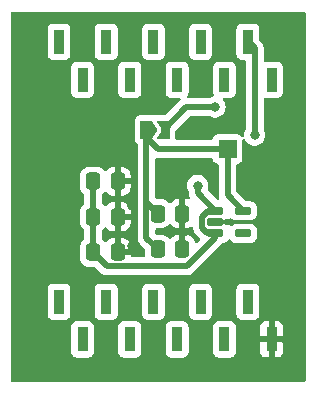
<source format=gtl>
%TF.GenerationSoftware,KiCad,Pcbnew,8.0.1*%
%TF.CreationDate,2024-04-01T15:48:32-05:00*%
%TF.ProjectId,adapter_board,61646170-7465-4725-9f62-6f6172642e6b,rev?*%
%TF.SameCoordinates,Original*%
%TF.FileFunction,Copper,L1,Top*%
%TF.FilePolarity,Positive*%
%FSLAX46Y46*%
G04 Gerber Fmt 4.6, Leading zero omitted, Abs format (unit mm)*
G04 Created by KiCad (PCBNEW 8.0.1) date 2024-04-01 15:48:32*
%MOMM*%
%LPD*%
G01*
G04 APERTURE LIST*
G04 Aperture macros list*
%AMRoundRect*
0 Rectangle with rounded corners*
0 $1 Rounding radius*
0 $2 $3 $4 $5 $6 $7 $8 $9 X,Y pos of 4 corners*
0 Add a 4 corners polygon primitive as box body*
4,1,4,$2,$3,$4,$5,$6,$7,$8,$9,$2,$3,0*
0 Add four circle primitives for the rounded corners*
1,1,$1+$1,$2,$3*
1,1,$1+$1,$4,$5*
1,1,$1+$1,$6,$7*
1,1,$1+$1,$8,$9*
0 Add four rect primitives between the rounded corners*
20,1,$1+$1,$2,$3,$4,$5,0*
20,1,$1+$1,$4,$5,$6,$7,0*
20,1,$1+$1,$6,$7,$8,$9,0*
20,1,$1+$1,$8,$9,$2,$3,0*%
%AMFreePoly0*
4,1,6,1.000000,0.000000,0.500000,-0.750000,-0.500000,-0.750000,-0.500000,0.750000,0.500000,0.750000,1.000000,0.000000,1.000000,0.000000,$1*%
%AMFreePoly1*
4,1,6,0.500000,-0.750000,-0.650000,-0.750000,-0.150000,0.000000,-0.650000,0.750000,0.500000,0.750000,0.500000,-0.750000,0.500000,-0.750000,$1*%
G04 Aperture macros list end*
%TA.AperFunction,SMDPad,CuDef*%
%ADD10R,0.939800X2.057400*%
%TD*%
%TA.AperFunction,SMDPad,CuDef*%
%ADD11RoundRect,0.060000X-0.615000X0.240000X-0.615000X-0.240000X0.615000X-0.240000X0.615000X0.240000X0*%
%TD*%
%TA.AperFunction,SMDPad,CuDef*%
%ADD12RoundRect,0.250000X-0.337500X-0.475000X0.337500X-0.475000X0.337500X0.475000X-0.337500X0.475000X0*%
%TD*%
%TA.AperFunction,ComponentPad*%
%ADD13R,1.500000X1.500000*%
%TD*%
%TA.AperFunction,SMDPad,CuDef*%
%ADD14FreePoly0,0.000000*%
%TD*%
%TA.AperFunction,SMDPad,CuDef*%
%ADD15FreePoly1,0.000000*%
%TD*%
%TA.AperFunction,ViaPad*%
%ADD16C,0.800000*%
%TD*%
%TA.AperFunction,Conductor*%
%ADD17C,0.508000*%
%TD*%
G04 APERTURE END LIST*
D10*
%TO.P,J3,1,1*%
%TO.N,unconnected-(J3-Pad1)*%
X156000000Y-58399945D03*
%TO.P,J3,2,2*%
%TO.N,unconnected-(J3-Pad2)*%
X157999999Y-61599946D03*
%TO.P,J3,3,3*%
%TO.N,unconnected-(J3-Pad3)*%
X160000000Y-58399945D03*
%TO.P,J3,4,4*%
%TO.N,unconnected-(J3-Pad4)*%
X162000001Y-61599946D03*
%TO.P,J3,5,5*%
%TO.N,unconnected-(J3-Pad5)*%
X163999999Y-58399945D03*
%TO.P,J3,6,6*%
%TO.N,unconnected-(J3-Pad6)*%
X166000001Y-61599946D03*
%TO.P,J3,7,7*%
%TO.N,unconnected-(J3-Pad7)*%
X167999999Y-58399945D03*
%TO.P,J3,8,8*%
%TO.N,unconnected-(J3-Pad8)*%
X170000000Y-61599946D03*
%TO.P,J3,9,9*%
%TO.N,/LDO_IN*%
X171999999Y-58399945D03*
%TO.P,J3,10,10*%
%TO.N,unconnected-(J3-Pad10)*%
X174000000Y-61599946D03*
%TD*%
D11*
%TO.P,U1,1,VIN*%
%TO.N,/LDO_IN*%
X169250000Y-72710000D03*
%TO.P,U1,2,GND*%
%TO.N,GND*%
X169250000Y-73660000D03*
%TO.P,U1,3,EN*%
%TO.N,/LDO_IN*%
X169250000Y-74610000D03*
%TO.P,U1,4,NC*%
%TO.N,unconnected-(U1-NC-Pad4)*%
X171620000Y-74610000D03*
%TO.P,U1,5,VOUT*%
%TO.N,Net-(JP1-A)*%
X171620000Y-72710000D03*
%TD*%
D10*
%TO.P,J2,1,1*%
%TO.N,unconnected-(J2-Pad1)*%
X156000000Y-80399945D03*
%TO.P,J2,2,2*%
%TO.N,unconnected-(J2-Pad2)*%
X157999999Y-83599946D03*
%TO.P,J2,3,3*%
%TO.N,unconnected-(J2-Pad3)*%
X160000000Y-80399945D03*
%TO.P,J2,4,4*%
%TO.N,unconnected-(J2-Pad4)*%
X162000001Y-83599946D03*
%TO.P,J2,5,5*%
%TO.N,unconnected-(J2-Pad5)*%
X163999999Y-80399945D03*
%TO.P,J2,6,6*%
%TO.N,unconnected-(J2-Pad6)*%
X166000001Y-83599946D03*
%TO.P,J2,7,7*%
%TO.N,unconnected-(J2-Pad7)*%
X167999999Y-80399945D03*
%TO.P,J2,8,8*%
%TO.N,unconnected-(J2-Pad8)*%
X170000000Y-83599946D03*
%TO.P,J2,9,9*%
%TO.N,unconnected-(J2-Pad9)*%
X171999999Y-80399945D03*
%TO.P,J2,10,10*%
%TO.N,GND*%
X174000000Y-83599946D03*
%TD*%
D12*
%TO.P,C3,1*%
%TO.N,/LDO_IN*%
X158895000Y-76230000D03*
%TO.P,C3,2*%
%TO.N,GND*%
X160970000Y-76230000D03*
%TD*%
%TO.P,C2,1*%
%TO.N,/LDO_IN*%
X158895000Y-73220000D03*
%TO.P,C2,2*%
%TO.N,GND*%
X160970000Y-73220000D03*
%TD*%
%TO.P,C4,1*%
%TO.N,Net-(JP1-A)*%
X164355000Y-72950000D03*
%TO.P,C4,2*%
%TO.N,GND*%
X166430000Y-72950000D03*
%TD*%
D13*
%TO.P,TP1,1,1*%
%TO.N,Net-(JP1-A)*%
X170270000Y-67460000D03*
%TD*%
D12*
%TO.P,C5,1*%
%TO.N,Net-(JP1-A)*%
X164355000Y-75960000D03*
%TO.P,C5,2*%
%TO.N,GND*%
X166430000Y-75960000D03*
%TD*%
D14*
%TO.P,JP1,1,A*%
%TO.N,Net-(JP1-A)*%
X163410000Y-65850000D03*
D15*
%TO.P,JP1,2,B*%
%TO.N,/3v3*%
X164860000Y-65850000D03*
%TD*%
D12*
%TO.P,C1,1*%
%TO.N,/LDO_IN*%
X158895000Y-70210000D03*
%TO.P,C1,2*%
%TO.N,GND*%
X160970000Y-70210000D03*
%TD*%
D16*
%TO.N,GND*%
X162150000Y-75680000D03*
X166580000Y-74510000D03*
X162150000Y-72270000D03*
X161130000Y-68420000D03*
X166150000Y-71290000D03*
X172720000Y-83760000D03*
X175200000Y-83610000D03*
%TO.N,/LDO_IN*%
X167740000Y-70570000D03*
X172570000Y-66310000D03*
%TO.N,/3v3*%
X169200000Y-63930000D03*
%TD*%
D17*
%TO.N,Net-(JP1-A)*%
X163410000Y-65850000D02*
X163410000Y-75015000D01*
X164420874Y-67460000D02*
X170270000Y-67460000D01*
X171620000Y-72710000D02*
X170270000Y-71360000D01*
X163410000Y-65850000D02*
X163410000Y-72005000D01*
X170270000Y-71360000D02*
X170270000Y-67460000D01*
X163410000Y-65850000D02*
X163410000Y-66449126D01*
X163410000Y-75015000D02*
X164355000Y-75960000D01*
X163410000Y-72005000D02*
X164355000Y-72950000D01*
X163410000Y-66449126D02*
X164420874Y-67460000D01*
%TO.N,/LDO_IN*%
X168616432Y-72710000D02*
X169250000Y-72710000D01*
X169250000Y-74970000D02*
X169250000Y-74610000D01*
X158895000Y-73220000D02*
X158895000Y-70210000D01*
X167740000Y-71200000D02*
X169250000Y-72710000D01*
X171970000Y-58350000D02*
X172570000Y-58950000D01*
X172570000Y-58950000D02*
X172570000Y-66310000D01*
X168121000Y-73205432D02*
X168616432Y-72710000D01*
X167740000Y-70570000D02*
X167740000Y-71200000D01*
X171999999Y-58399945D02*
X171999999Y-58379999D01*
X169250000Y-74610000D02*
X168575001Y-74610000D01*
X158895000Y-76230000D02*
X160074000Y-77409000D01*
X171999999Y-58379999D02*
X171970000Y-58350000D01*
X168121000Y-74155999D02*
X168121000Y-73205432D01*
X158895000Y-76230000D02*
X158895000Y-73220000D01*
X166811000Y-77409000D02*
X169250000Y-74970000D01*
X160074000Y-77409000D02*
X166811000Y-77409000D01*
X168575001Y-74610000D02*
X168121000Y-74155999D01*
%TO.N,/3v3*%
X164868903Y-65841097D02*
X164868903Y-65850000D01*
X169200000Y-63930000D02*
X166780000Y-63930000D01*
X166780000Y-63930000D02*
X164868903Y-65841097D01*
%TD*%
%TA.AperFunction,Conductor*%
%TO.N,GND*%
G36*
X164312689Y-68207762D02*
G01*
X164320462Y-68209309D01*
X164346559Y-68214501D01*
X164346562Y-68214501D01*
X164501300Y-68214501D01*
X164501320Y-68214500D01*
X168903460Y-68214500D01*
X168970499Y-68234185D01*
X169016254Y-68286989D01*
X169024136Y-68309983D01*
X169025907Y-68317479D01*
X169076202Y-68452328D01*
X169076206Y-68452335D01*
X169162452Y-68567544D01*
X169162455Y-68567547D01*
X169277664Y-68653793D01*
X169277671Y-68653797D01*
X169345093Y-68678943D01*
X169412517Y-68704091D01*
X169412521Y-68704091D01*
X169420009Y-68705861D01*
X169480727Y-68740431D01*
X169513116Y-68802341D01*
X169515500Y-68826539D01*
X169515500Y-71280552D01*
X169515499Y-71280578D01*
X169515499Y-71434312D01*
X169522698Y-71470500D01*
X169522698Y-71470502D01*
X169539980Y-71557386D01*
X169541102Y-71563023D01*
X169544495Y-71580079D01*
X169552954Y-71600500D01*
X169558649Y-71614249D01*
X169566117Y-71683719D01*
X169534841Y-71746198D01*
X169474752Y-71781850D01*
X169404927Y-71779355D01*
X169356406Y-71749382D01*
X168615546Y-71008522D01*
X168582061Y-70947199D01*
X168585295Y-70882526D01*
X168625674Y-70758256D01*
X168645460Y-70570000D01*
X168625674Y-70381744D01*
X168567179Y-70201716D01*
X168472533Y-70037784D01*
X168345871Y-69897112D01*
X168345870Y-69897111D01*
X168192734Y-69785851D01*
X168192729Y-69785848D01*
X168019807Y-69708857D01*
X168019802Y-69708855D01*
X167874001Y-69677865D01*
X167834646Y-69669500D01*
X167645354Y-69669500D01*
X167612897Y-69676398D01*
X167460197Y-69708855D01*
X167460192Y-69708857D01*
X167287270Y-69785848D01*
X167287265Y-69785851D01*
X167134129Y-69897111D01*
X167007466Y-70037785D01*
X166912821Y-70201715D01*
X166912818Y-70201722D01*
X166854327Y-70381740D01*
X166854326Y-70381744D01*
X166834540Y-70570000D01*
X166854326Y-70758256D01*
X166854327Y-70758259D01*
X166912818Y-70938277D01*
X166912821Y-70938284D01*
X166950956Y-71004336D01*
X166968887Y-71035392D01*
X166985500Y-71097392D01*
X166985500Y-71120552D01*
X166985499Y-71120578D01*
X166985499Y-71274312D01*
X166997844Y-71336369D01*
X166997844Y-71336372D01*
X167014493Y-71420072D01*
X167014495Y-71420080D01*
X167035380Y-71470500D01*
X167035380Y-71470501D01*
X167066099Y-71544665D01*
X167071370Y-71557389D01*
X167071373Y-71557394D01*
X167073240Y-71560887D01*
X167073665Y-71562931D01*
X167073701Y-71563017D01*
X167073684Y-71563023D01*
X167087481Y-71629290D01*
X167062480Y-71694533D01*
X167006175Y-71735903D01*
X166936441Y-71740265D01*
X166924882Y-71737047D01*
X166920197Y-71735494D01*
X166920190Y-71735493D01*
X166817486Y-71725000D01*
X166680000Y-71725000D01*
X166680000Y-74174999D01*
X166817472Y-74174999D01*
X166817486Y-74174998D01*
X166920197Y-74164505D01*
X167086619Y-74109358D01*
X167086626Y-74109355D01*
X167177401Y-74053364D01*
X167244794Y-74034923D01*
X167311457Y-74055845D01*
X167356227Y-74109487D01*
X167366499Y-74158902D01*
X167366499Y-74230311D01*
X167366499Y-74230313D01*
X167366498Y-74230313D01*
X167395493Y-74376072D01*
X167395496Y-74376082D01*
X167452366Y-74513380D01*
X167452372Y-74513391D01*
X167534942Y-74636967D01*
X167534943Y-74636968D01*
X167937794Y-75039817D01*
X167971279Y-75101140D01*
X167966295Y-75170831D01*
X167937794Y-75215179D01*
X167720598Y-75432375D01*
X167659275Y-75465860D01*
X167589583Y-75460876D01*
X167533650Y-75419004D01*
X167509559Y-75357295D01*
X167507006Y-75332303D01*
X167451858Y-75165880D01*
X167451856Y-75165875D01*
X167359815Y-75016654D01*
X167235845Y-74892684D01*
X167086624Y-74800643D01*
X167086619Y-74800641D01*
X166920197Y-74745494D01*
X166920190Y-74745493D01*
X166817486Y-74735000D01*
X166680000Y-74735000D01*
X166680000Y-76086000D01*
X166660315Y-76153039D01*
X166607511Y-76198794D01*
X166556000Y-76210000D01*
X166304000Y-76210000D01*
X166236961Y-76190315D01*
X166191206Y-76137511D01*
X166180000Y-76086000D01*
X166180000Y-74735000D01*
X166042527Y-74735000D01*
X166042512Y-74735001D01*
X165939802Y-74745494D01*
X165773380Y-74800641D01*
X165773375Y-74800643D01*
X165624154Y-74892684D01*
X165500183Y-75016655D01*
X165500179Y-75016660D01*
X165498326Y-75019665D01*
X165496518Y-75021290D01*
X165495702Y-75022323D01*
X165495525Y-75022183D01*
X165446374Y-75066385D01*
X165377411Y-75077601D01*
X165313331Y-75049752D01*
X165287253Y-75019653D01*
X165287237Y-75019628D01*
X165285212Y-75016344D01*
X165161156Y-74892288D01*
X165011834Y-74800186D01*
X164845297Y-74745001D01*
X164845295Y-74745000D01*
X164742516Y-74734500D01*
X164742509Y-74734500D01*
X164288500Y-74734500D01*
X164221461Y-74714815D01*
X164175706Y-74662011D01*
X164164500Y-74610500D01*
X164164500Y-74299499D01*
X164184185Y-74232460D01*
X164236989Y-74186705D01*
X164288500Y-74175499D01*
X164742502Y-74175499D01*
X164742508Y-74175499D01*
X164845297Y-74164999D01*
X165011834Y-74109814D01*
X165161156Y-74017712D01*
X165285212Y-73893656D01*
X165287252Y-73890347D01*
X165289245Y-73888555D01*
X165289693Y-73887989D01*
X165289789Y-73888065D01*
X165339194Y-73843623D01*
X165408156Y-73832395D01*
X165472240Y-73860234D01*
X165498329Y-73890339D01*
X165500181Y-73893341D01*
X165500183Y-73893344D01*
X165624154Y-74017315D01*
X165773375Y-74109356D01*
X165773380Y-74109358D01*
X165939802Y-74164505D01*
X165939809Y-74164506D01*
X166042519Y-74174999D01*
X166179999Y-74174999D01*
X166180000Y-74174998D01*
X166180000Y-71725000D01*
X166042527Y-71725000D01*
X166042512Y-71725001D01*
X165939802Y-71735494D01*
X165773380Y-71790641D01*
X165773375Y-71790643D01*
X165624154Y-71882684D01*
X165500183Y-72006655D01*
X165500179Y-72006660D01*
X165498326Y-72009665D01*
X165496518Y-72011290D01*
X165495702Y-72012323D01*
X165495525Y-72012183D01*
X165446374Y-72056385D01*
X165377411Y-72067601D01*
X165313331Y-72039752D01*
X165287253Y-72009653D01*
X165287237Y-72009628D01*
X165285212Y-72006344D01*
X165161156Y-71882288D01*
X165011834Y-71790186D01*
X164845297Y-71735001D01*
X164845295Y-71735000D01*
X164742516Y-71724500D01*
X164742509Y-71724500D01*
X164288500Y-71724500D01*
X164221461Y-71704815D01*
X164175706Y-71652011D01*
X164164500Y-71600500D01*
X164164500Y-68329380D01*
X164184185Y-68262341D01*
X164236989Y-68216586D01*
X164306147Y-68206642D01*
X164312689Y-68207762D01*
G37*
%TD.AperFunction*%
%TA.AperFunction,Conductor*%
G36*
X176833039Y-55909685D02*
G01*
X176878794Y-55962489D01*
X176890000Y-56014000D01*
X176890000Y-87046000D01*
X176870315Y-87113039D01*
X176817511Y-87158794D01*
X176766000Y-87170000D01*
X152024000Y-87170000D01*
X151956961Y-87150315D01*
X151911206Y-87097511D01*
X151900000Y-87046000D01*
X151900000Y-84676516D01*
X157029599Y-84676516D01*
X157029600Y-84676522D01*
X157036007Y-84736129D01*
X157086301Y-84870974D01*
X157086305Y-84870981D01*
X157172551Y-84986190D01*
X157172554Y-84986193D01*
X157287763Y-85072439D01*
X157287770Y-85072443D01*
X157422616Y-85122737D01*
X157422615Y-85122737D01*
X157429543Y-85123481D01*
X157482226Y-85129146D01*
X158517771Y-85129145D01*
X158577382Y-85122737D01*
X158712230Y-85072442D01*
X158827445Y-84986192D01*
X158913695Y-84870977D01*
X158963990Y-84736129D01*
X158970399Y-84676519D01*
X158970399Y-84676516D01*
X161029601Y-84676516D01*
X161029602Y-84676522D01*
X161036009Y-84736129D01*
X161086303Y-84870974D01*
X161086307Y-84870981D01*
X161172553Y-84986190D01*
X161172556Y-84986193D01*
X161287765Y-85072439D01*
X161287772Y-85072443D01*
X161422618Y-85122737D01*
X161422617Y-85122737D01*
X161429545Y-85123481D01*
X161482228Y-85129146D01*
X162517773Y-85129145D01*
X162577384Y-85122737D01*
X162712232Y-85072442D01*
X162827447Y-84986192D01*
X162913697Y-84870977D01*
X162963992Y-84736129D01*
X162970401Y-84676519D01*
X162970401Y-84676516D01*
X165029601Y-84676516D01*
X165029602Y-84676522D01*
X165036009Y-84736129D01*
X165086303Y-84870974D01*
X165086307Y-84870981D01*
X165172553Y-84986190D01*
X165172556Y-84986193D01*
X165287765Y-85072439D01*
X165287772Y-85072443D01*
X165422618Y-85122737D01*
X165422617Y-85122737D01*
X165429545Y-85123481D01*
X165482228Y-85129146D01*
X166517773Y-85129145D01*
X166577384Y-85122737D01*
X166712232Y-85072442D01*
X166827447Y-84986192D01*
X166913697Y-84870977D01*
X166963992Y-84736129D01*
X166970401Y-84676519D01*
X166970401Y-84676516D01*
X169029600Y-84676516D01*
X169029601Y-84676522D01*
X169036008Y-84736129D01*
X169086302Y-84870974D01*
X169086306Y-84870981D01*
X169172552Y-84986190D01*
X169172555Y-84986193D01*
X169287764Y-85072439D01*
X169287771Y-85072443D01*
X169422617Y-85122737D01*
X169422616Y-85122737D01*
X169429544Y-85123481D01*
X169482227Y-85129146D01*
X170517772Y-85129145D01*
X170577383Y-85122737D01*
X170712231Y-85072442D01*
X170827446Y-84986192D01*
X170913696Y-84870977D01*
X170963991Y-84736129D01*
X170970400Y-84676519D01*
X170970399Y-83849946D01*
X173030100Y-83849946D01*
X173030100Y-84676490D01*
X173036501Y-84736018D01*
X173036503Y-84736025D01*
X173086745Y-84870732D01*
X173086749Y-84870739D01*
X173172909Y-84985833D01*
X173172912Y-84985836D01*
X173288006Y-85071996D01*
X173288013Y-85072000D01*
X173422720Y-85122242D01*
X173422727Y-85122244D01*
X173482255Y-85128645D01*
X173482272Y-85128646D01*
X173750000Y-85128646D01*
X173750000Y-83849946D01*
X174250000Y-83849946D01*
X174250000Y-85128646D01*
X174517728Y-85128646D01*
X174517744Y-85128645D01*
X174577272Y-85122244D01*
X174577279Y-85122242D01*
X174711986Y-85072000D01*
X174711993Y-85071996D01*
X174827087Y-84985836D01*
X174827090Y-84985833D01*
X174913250Y-84870739D01*
X174913254Y-84870732D01*
X174963496Y-84736025D01*
X174963498Y-84736018D01*
X174969899Y-84676490D01*
X174969900Y-84676473D01*
X174969900Y-83849946D01*
X174250000Y-83849946D01*
X173750000Y-83849946D01*
X173030100Y-83849946D01*
X170970399Y-83849946D01*
X170970399Y-83349946D01*
X173030100Y-83349946D01*
X173750000Y-83349946D01*
X173750000Y-82071246D01*
X174250000Y-82071246D01*
X174250000Y-83349946D01*
X174969900Y-83349946D01*
X174969900Y-82523418D01*
X174969899Y-82523401D01*
X174963498Y-82463873D01*
X174963496Y-82463866D01*
X174913254Y-82329159D01*
X174913250Y-82329152D01*
X174827090Y-82214058D01*
X174827087Y-82214055D01*
X174711993Y-82127895D01*
X174711986Y-82127891D01*
X174577279Y-82077649D01*
X174577272Y-82077647D01*
X174517744Y-82071246D01*
X174250000Y-82071246D01*
X173750000Y-82071246D01*
X173482255Y-82071246D01*
X173422727Y-82077647D01*
X173422720Y-82077649D01*
X173288013Y-82127891D01*
X173288006Y-82127895D01*
X173172912Y-82214055D01*
X173172909Y-82214058D01*
X173086749Y-82329152D01*
X173086745Y-82329159D01*
X173036503Y-82463866D01*
X173036501Y-82463873D01*
X173030100Y-82523401D01*
X173030100Y-83349946D01*
X170970399Y-83349946D01*
X170970399Y-82523374D01*
X170963991Y-82463763D01*
X170913784Y-82329152D01*
X170913697Y-82328917D01*
X170913693Y-82328910D01*
X170827447Y-82213701D01*
X170827444Y-82213698D01*
X170712235Y-82127452D01*
X170712228Y-82127448D01*
X170577382Y-82077154D01*
X170577383Y-82077154D01*
X170517783Y-82070747D01*
X170517781Y-82070746D01*
X170517773Y-82070746D01*
X170517764Y-82070746D01*
X169482229Y-82070746D01*
X169482223Y-82070747D01*
X169422616Y-82077154D01*
X169287771Y-82127448D01*
X169287764Y-82127452D01*
X169172555Y-82213698D01*
X169172552Y-82213701D01*
X169086306Y-82328910D01*
X169086302Y-82328917D01*
X169036008Y-82463763D01*
X169029601Y-82523362D01*
X169029601Y-82523369D01*
X169029600Y-82523381D01*
X169029600Y-84676516D01*
X166970401Y-84676516D01*
X166970400Y-82523374D01*
X166963992Y-82463763D01*
X166913785Y-82329152D01*
X166913698Y-82328917D01*
X166913694Y-82328910D01*
X166827448Y-82213701D01*
X166827445Y-82213698D01*
X166712236Y-82127452D01*
X166712229Y-82127448D01*
X166577383Y-82077154D01*
X166577384Y-82077154D01*
X166517784Y-82070747D01*
X166517782Y-82070746D01*
X166517774Y-82070746D01*
X166517765Y-82070746D01*
X165482230Y-82070746D01*
X165482224Y-82070747D01*
X165422617Y-82077154D01*
X165287772Y-82127448D01*
X165287765Y-82127452D01*
X165172556Y-82213698D01*
X165172553Y-82213701D01*
X165086307Y-82328910D01*
X165086303Y-82328917D01*
X165036009Y-82463763D01*
X165029602Y-82523362D01*
X165029602Y-82523369D01*
X165029601Y-82523381D01*
X165029601Y-84676516D01*
X162970401Y-84676516D01*
X162970400Y-82523374D01*
X162963992Y-82463763D01*
X162913785Y-82329152D01*
X162913698Y-82328917D01*
X162913694Y-82328910D01*
X162827448Y-82213701D01*
X162827445Y-82213698D01*
X162712236Y-82127452D01*
X162712229Y-82127448D01*
X162577383Y-82077154D01*
X162577384Y-82077154D01*
X162517784Y-82070747D01*
X162517782Y-82070746D01*
X162517774Y-82070746D01*
X162517765Y-82070746D01*
X161482230Y-82070746D01*
X161482224Y-82070747D01*
X161422617Y-82077154D01*
X161287772Y-82127448D01*
X161287765Y-82127452D01*
X161172556Y-82213698D01*
X161172553Y-82213701D01*
X161086307Y-82328910D01*
X161086303Y-82328917D01*
X161036009Y-82463763D01*
X161029602Y-82523362D01*
X161029602Y-82523369D01*
X161029601Y-82523381D01*
X161029601Y-84676516D01*
X158970399Y-84676516D01*
X158970398Y-82523374D01*
X158963990Y-82463763D01*
X158913783Y-82329152D01*
X158913696Y-82328917D01*
X158913692Y-82328910D01*
X158827446Y-82213701D01*
X158827443Y-82213698D01*
X158712234Y-82127452D01*
X158712227Y-82127448D01*
X158577381Y-82077154D01*
X158577382Y-82077154D01*
X158517782Y-82070747D01*
X158517780Y-82070746D01*
X158517772Y-82070746D01*
X158517763Y-82070746D01*
X157482228Y-82070746D01*
X157482222Y-82070747D01*
X157422615Y-82077154D01*
X157287770Y-82127448D01*
X157287763Y-82127452D01*
X157172554Y-82213698D01*
X157172551Y-82213701D01*
X157086305Y-82328910D01*
X157086301Y-82328917D01*
X157036007Y-82463763D01*
X157029600Y-82523362D01*
X157029600Y-82523369D01*
X157029599Y-82523381D01*
X157029599Y-84676516D01*
X151900000Y-84676516D01*
X151900000Y-81476515D01*
X155029600Y-81476515D01*
X155029601Y-81476521D01*
X155036008Y-81536128D01*
X155086302Y-81670973D01*
X155086306Y-81670980D01*
X155172552Y-81786189D01*
X155172555Y-81786192D01*
X155287764Y-81872438D01*
X155287771Y-81872442D01*
X155422617Y-81922736D01*
X155422616Y-81922736D01*
X155429544Y-81923480D01*
X155482227Y-81929145D01*
X156517772Y-81929144D01*
X156577383Y-81922736D01*
X156712231Y-81872441D01*
X156827446Y-81786191D01*
X156913696Y-81670976D01*
X156963991Y-81536128D01*
X156970400Y-81476518D01*
X156970400Y-81476515D01*
X159029600Y-81476515D01*
X159029601Y-81476521D01*
X159036008Y-81536128D01*
X159086302Y-81670973D01*
X159086306Y-81670980D01*
X159172552Y-81786189D01*
X159172555Y-81786192D01*
X159287764Y-81872438D01*
X159287771Y-81872442D01*
X159422617Y-81922736D01*
X159422616Y-81922736D01*
X159429544Y-81923480D01*
X159482227Y-81929145D01*
X160517772Y-81929144D01*
X160577383Y-81922736D01*
X160712231Y-81872441D01*
X160827446Y-81786191D01*
X160913696Y-81670976D01*
X160963991Y-81536128D01*
X160970400Y-81476518D01*
X160970400Y-81476515D01*
X163029599Y-81476515D01*
X163029600Y-81476521D01*
X163036007Y-81536128D01*
X163086301Y-81670973D01*
X163086305Y-81670980D01*
X163172551Y-81786189D01*
X163172554Y-81786192D01*
X163287763Y-81872438D01*
X163287770Y-81872442D01*
X163422616Y-81922736D01*
X163422615Y-81922736D01*
X163429543Y-81923480D01*
X163482226Y-81929145D01*
X164517771Y-81929144D01*
X164577382Y-81922736D01*
X164712230Y-81872441D01*
X164827445Y-81786191D01*
X164913695Y-81670976D01*
X164963990Y-81536128D01*
X164970399Y-81476518D01*
X164970399Y-81476515D01*
X167029599Y-81476515D01*
X167029600Y-81476521D01*
X167036007Y-81536128D01*
X167086301Y-81670973D01*
X167086305Y-81670980D01*
X167172551Y-81786189D01*
X167172554Y-81786192D01*
X167287763Y-81872438D01*
X167287770Y-81872442D01*
X167422616Y-81922736D01*
X167422615Y-81922736D01*
X167429543Y-81923480D01*
X167482226Y-81929145D01*
X168517771Y-81929144D01*
X168577382Y-81922736D01*
X168712230Y-81872441D01*
X168827445Y-81786191D01*
X168913695Y-81670976D01*
X168963990Y-81536128D01*
X168970399Y-81476518D01*
X168970399Y-81476515D01*
X171029599Y-81476515D01*
X171029600Y-81476521D01*
X171036007Y-81536128D01*
X171086301Y-81670973D01*
X171086305Y-81670980D01*
X171172551Y-81786189D01*
X171172554Y-81786192D01*
X171287763Y-81872438D01*
X171287770Y-81872442D01*
X171422616Y-81922736D01*
X171422615Y-81922736D01*
X171429543Y-81923480D01*
X171482226Y-81929145D01*
X172517771Y-81929144D01*
X172577382Y-81922736D01*
X172712230Y-81872441D01*
X172827445Y-81786191D01*
X172913695Y-81670976D01*
X172963990Y-81536128D01*
X172970399Y-81476518D01*
X172970398Y-79323373D01*
X172963990Y-79263762D01*
X172913695Y-79128914D01*
X172913694Y-79128913D01*
X172913692Y-79128909D01*
X172827446Y-79013700D01*
X172827443Y-79013697D01*
X172712234Y-78927451D01*
X172712227Y-78927447D01*
X172577381Y-78877153D01*
X172577382Y-78877153D01*
X172517782Y-78870746D01*
X172517780Y-78870745D01*
X172517772Y-78870745D01*
X172517763Y-78870745D01*
X171482228Y-78870745D01*
X171482222Y-78870746D01*
X171422615Y-78877153D01*
X171287770Y-78927447D01*
X171287763Y-78927451D01*
X171172554Y-79013697D01*
X171172551Y-79013700D01*
X171086305Y-79128909D01*
X171086301Y-79128916D01*
X171036007Y-79263762D01*
X171029600Y-79323361D01*
X171029600Y-79323368D01*
X171029599Y-79323380D01*
X171029599Y-81476515D01*
X168970399Y-81476515D01*
X168970398Y-79323373D01*
X168963990Y-79263762D01*
X168913695Y-79128914D01*
X168913694Y-79128913D01*
X168913692Y-79128909D01*
X168827446Y-79013700D01*
X168827443Y-79013697D01*
X168712234Y-78927451D01*
X168712227Y-78927447D01*
X168577381Y-78877153D01*
X168577382Y-78877153D01*
X168517782Y-78870746D01*
X168517780Y-78870745D01*
X168517772Y-78870745D01*
X168517763Y-78870745D01*
X167482228Y-78870745D01*
X167482222Y-78870746D01*
X167422615Y-78877153D01*
X167287770Y-78927447D01*
X167287763Y-78927451D01*
X167172554Y-79013697D01*
X167172551Y-79013700D01*
X167086305Y-79128909D01*
X167086301Y-79128916D01*
X167036007Y-79263762D01*
X167029600Y-79323361D01*
X167029600Y-79323368D01*
X167029599Y-79323380D01*
X167029599Y-81476515D01*
X164970399Y-81476515D01*
X164970398Y-79323373D01*
X164963990Y-79263762D01*
X164913695Y-79128914D01*
X164913694Y-79128913D01*
X164913692Y-79128909D01*
X164827446Y-79013700D01*
X164827443Y-79013697D01*
X164712234Y-78927451D01*
X164712227Y-78927447D01*
X164577381Y-78877153D01*
X164577382Y-78877153D01*
X164517782Y-78870746D01*
X164517780Y-78870745D01*
X164517772Y-78870745D01*
X164517763Y-78870745D01*
X163482228Y-78870745D01*
X163482222Y-78870746D01*
X163422615Y-78877153D01*
X163287770Y-78927447D01*
X163287763Y-78927451D01*
X163172554Y-79013697D01*
X163172551Y-79013700D01*
X163086305Y-79128909D01*
X163086301Y-79128916D01*
X163036007Y-79263762D01*
X163029600Y-79323361D01*
X163029600Y-79323368D01*
X163029599Y-79323380D01*
X163029599Y-81476515D01*
X160970400Y-81476515D01*
X160970399Y-79323373D01*
X160963991Y-79263762D01*
X160913696Y-79128914D01*
X160913695Y-79128913D01*
X160913693Y-79128909D01*
X160827447Y-79013700D01*
X160827444Y-79013697D01*
X160712235Y-78927451D01*
X160712228Y-78927447D01*
X160577382Y-78877153D01*
X160577383Y-78877153D01*
X160517783Y-78870746D01*
X160517781Y-78870745D01*
X160517773Y-78870745D01*
X160517764Y-78870745D01*
X159482229Y-78870745D01*
X159482223Y-78870746D01*
X159422616Y-78877153D01*
X159287771Y-78927447D01*
X159287764Y-78927451D01*
X159172555Y-79013697D01*
X159172552Y-79013700D01*
X159086306Y-79128909D01*
X159086302Y-79128916D01*
X159036008Y-79263762D01*
X159029601Y-79323361D01*
X159029601Y-79323368D01*
X159029600Y-79323380D01*
X159029600Y-81476515D01*
X156970400Y-81476515D01*
X156970399Y-79323373D01*
X156963991Y-79263762D01*
X156913696Y-79128914D01*
X156913695Y-79128913D01*
X156913693Y-79128909D01*
X156827447Y-79013700D01*
X156827444Y-79013697D01*
X156712235Y-78927451D01*
X156712228Y-78927447D01*
X156577382Y-78877153D01*
X156577383Y-78877153D01*
X156517783Y-78870746D01*
X156517781Y-78870745D01*
X156517773Y-78870745D01*
X156517764Y-78870745D01*
X155482229Y-78870745D01*
X155482223Y-78870746D01*
X155422616Y-78877153D01*
X155287771Y-78927447D01*
X155287764Y-78927451D01*
X155172555Y-79013697D01*
X155172552Y-79013700D01*
X155086306Y-79128909D01*
X155086302Y-79128916D01*
X155036008Y-79263762D01*
X155029601Y-79323361D01*
X155029601Y-79323368D01*
X155029600Y-79323380D01*
X155029600Y-81476515D01*
X151900000Y-81476515D01*
X151900000Y-76755001D01*
X157807000Y-76755001D01*
X157807001Y-76755019D01*
X157817500Y-76857796D01*
X157817501Y-76857799D01*
X157872685Y-77024331D01*
X157872686Y-77024334D01*
X157964788Y-77173656D01*
X158088844Y-77297712D01*
X158238166Y-77389814D01*
X158404703Y-77444999D01*
X158507491Y-77455500D01*
X159002112Y-77455499D01*
X159069151Y-77475183D01*
X159089793Y-77491818D01*
X159483600Y-77885624D01*
X159483621Y-77885647D01*
X159593029Y-77995055D01*
X159593032Y-77995057D01*
X159593034Y-77995059D01*
X159675605Y-78050230D01*
X159716611Y-78077630D01*
X159797043Y-78110945D01*
X159797044Y-78110946D01*
X159820603Y-78120704D01*
X159853920Y-78134505D01*
X159853929Y-78134506D01*
X159853930Y-78134507D01*
X159878103Y-78139315D01*
X159878110Y-78139316D01*
X159999686Y-78163501D01*
X159999688Y-78163501D01*
X160154426Y-78163501D01*
X160154446Y-78163500D01*
X166730554Y-78163500D01*
X166730574Y-78163501D01*
X166736688Y-78163501D01*
X166885314Y-78163501D01*
X167006894Y-78139315D01*
X167006894Y-78139316D01*
X167006900Y-78139313D01*
X167031080Y-78134505D01*
X167066942Y-78119649D01*
X167087944Y-78110951D01*
X167087947Y-78110949D01*
X167087955Y-78110946D01*
X167168389Y-78077630D01*
X167291966Y-77995059D01*
X169720756Y-75566266D01*
X169720761Y-75566263D01*
X169730964Y-75556059D01*
X169730966Y-75556059D01*
X169836059Y-75450966D01*
X169836059Y-75450965D01*
X169840367Y-75446658D01*
X169841766Y-75448057D01*
X169891967Y-75413845D01*
X169913919Y-75408896D01*
X169968052Y-75401769D01*
X170011320Y-75396074D01*
X170147669Y-75339596D01*
X170264754Y-75249754D01*
X170336625Y-75156089D01*
X170393052Y-75114887D01*
X170462798Y-75110732D01*
X170523718Y-75144944D01*
X170533371Y-75156084D01*
X170605246Y-75249754D01*
X170722331Y-75339596D01*
X170858680Y-75396074D01*
X170968259Y-75410500D01*
X172271740Y-75410499D01*
X172271742Y-75410499D01*
X172336128Y-75402022D01*
X172381320Y-75396074D01*
X172517669Y-75339596D01*
X172634754Y-75249754D01*
X172724596Y-75132669D01*
X172781074Y-74996320D01*
X172795500Y-74886741D01*
X172795499Y-74333260D01*
X172793697Y-74319573D01*
X172781075Y-74223688D01*
X172781074Y-74223680D01*
X172724596Y-74087331D01*
X172634754Y-73970246D01*
X172534943Y-73893659D01*
X172517668Y-73880403D01*
X172381320Y-73823926D01*
X172381318Y-73823925D01*
X172271741Y-73809500D01*
X170968257Y-73809500D01*
X170858688Y-73823924D01*
X170858679Y-73823926D01*
X170722330Y-73880403D01*
X170623619Y-73956147D01*
X170558449Y-73981341D01*
X170490005Y-73967302D01*
X170460452Y-73945452D01*
X170425000Y-73910000D01*
X170228332Y-73910000D01*
X170161293Y-73890315D01*
X170152848Y-73884377D01*
X170147673Y-73880406D01*
X170147666Y-73880402D01*
X170011320Y-73823926D01*
X170011318Y-73823925D01*
X169901742Y-73809500D01*
X169901741Y-73809500D01*
X169124000Y-73809500D01*
X169056961Y-73789815D01*
X169011206Y-73737011D01*
X169000000Y-73685500D01*
X169000000Y-73634499D01*
X169019685Y-73567460D01*
X169072489Y-73521705D01*
X169124000Y-73510499D01*
X169901742Y-73510499D01*
X169966128Y-73502022D01*
X170011320Y-73496074D01*
X170147669Y-73439596D01*
X170147673Y-73439593D01*
X170152848Y-73435623D01*
X170218018Y-73410430D01*
X170228332Y-73410000D01*
X170424997Y-73410000D01*
X170460451Y-73374546D01*
X170521774Y-73341061D01*
X170591466Y-73346045D01*
X170623616Y-73363849D01*
X170637556Y-73374546D01*
X170722330Y-73439596D01*
X170778808Y-73462989D01*
X170858680Y-73496074D01*
X170968259Y-73510500D01*
X172271740Y-73510499D01*
X172271742Y-73510499D01*
X172336128Y-73502022D01*
X172381320Y-73496074D01*
X172517669Y-73439596D01*
X172634754Y-73349754D01*
X172724596Y-73232669D01*
X172781074Y-73096320D01*
X172795500Y-72986741D01*
X172795499Y-72433260D01*
X172794499Y-72425666D01*
X172781075Y-72323688D01*
X172781074Y-72323680D01*
X172724596Y-72187331D01*
X172634754Y-72070246D01*
X172517669Y-71980404D01*
X172517668Y-71980403D01*
X172381320Y-71923926D01*
X172381318Y-71923925D01*
X172271742Y-71909500D01*
X172271741Y-71909500D01*
X171937886Y-71909500D01*
X171870847Y-71889815D01*
X171850205Y-71873181D01*
X171060819Y-71083794D01*
X171027334Y-71022471D01*
X171024500Y-70996113D01*
X171024500Y-68826539D01*
X171044185Y-68759500D01*
X171096989Y-68713745D01*
X171119991Y-68705861D01*
X171127477Y-68704091D01*
X171127483Y-68704091D01*
X171262331Y-68653796D01*
X171377546Y-68567546D01*
X171463796Y-68452331D01*
X171514091Y-68317483D01*
X171520500Y-68257873D01*
X171520499Y-66755983D01*
X171540184Y-66688945D01*
X171592987Y-66643190D01*
X171662146Y-66633246D01*
X171725702Y-66662271D01*
X171751886Y-66693985D01*
X171837463Y-66842211D01*
X171837465Y-66842214D01*
X171964129Y-66982888D01*
X172117265Y-67094148D01*
X172117270Y-67094151D01*
X172290192Y-67171142D01*
X172290197Y-67171144D01*
X172475354Y-67210500D01*
X172475355Y-67210500D01*
X172664644Y-67210500D01*
X172664646Y-67210500D01*
X172849803Y-67171144D01*
X173022730Y-67094151D01*
X173175871Y-66982888D01*
X173302533Y-66842216D01*
X173397179Y-66678284D01*
X173455674Y-66498256D01*
X173475460Y-66310000D01*
X173455674Y-66121744D01*
X173397179Y-65941716D01*
X173341111Y-65844604D01*
X173324500Y-65782606D01*
X173324500Y-63250234D01*
X173344185Y-63183195D01*
X173396989Y-63137440D01*
X173461756Y-63126945D01*
X173482227Y-63129146D01*
X174517772Y-63129145D01*
X174577383Y-63122737D01*
X174712231Y-63072442D01*
X174827446Y-62986192D01*
X174913696Y-62870977D01*
X174963991Y-62736129D01*
X174970400Y-62676519D01*
X174970399Y-60523374D01*
X174963991Y-60463763D01*
X174913696Y-60328915D01*
X174913695Y-60328914D01*
X174913693Y-60328910D01*
X174827447Y-60213701D01*
X174827444Y-60213698D01*
X174712235Y-60127452D01*
X174712228Y-60127448D01*
X174577382Y-60077154D01*
X174577383Y-60077154D01*
X174517783Y-60070747D01*
X174517781Y-60070746D01*
X174517773Y-60070746D01*
X174517764Y-60070746D01*
X173482229Y-60070746D01*
X173482213Y-60070747D01*
X173461749Y-60072947D01*
X173392990Y-60060538D01*
X173341855Y-60012925D01*
X173324500Y-59949657D01*
X173324500Y-59030446D01*
X173324501Y-59030425D01*
X173324501Y-58875685D01*
X173295506Y-58729926D01*
X173295504Y-58729918D01*
X173238631Y-58592614D01*
X173238628Y-58592609D01*
X173223574Y-58570078D01*
X173156057Y-58469031D01*
X173046647Y-58359621D01*
X173046624Y-58359600D01*
X173006717Y-58319693D01*
X172973232Y-58258370D01*
X172970398Y-58232012D01*
X172970398Y-57323374D01*
X172970397Y-57323368D01*
X172970396Y-57323361D01*
X172963990Y-57263762D01*
X172913695Y-57128914D01*
X172913694Y-57128913D01*
X172913692Y-57128909D01*
X172827446Y-57013700D01*
X172827443Y-57013697D01*
X172712234Y-56927451D01*
X172712227Y-56927447D01*
X172577381Y-56877153D01*
X172577382Y-56877153D01*
X172517782Y-56870746D01*
X172517780Y-56870745D01*
X172517772Y-56870745D01*
X172517763Y-56870745D01*
X171482228Y-56870745D01*
X171482222Y-56870746D01*
X171422615Y-56877153D01*
X171287770Y-56927447D01*
X171287763Y-56927451D01*
X171172554Y-57013697D01*
X171172551Y-57013700D01*
X171086305Y-57128909D01*
X171086301Y-57128916D01*
X171036007Y-57263762D01*
X171029600Y-57323361D01*
X171029600Y-57323368D01*
X171029599Y-57323380D01*
X171029599Y-59476515D01*
X171029600Y-59476521D01*
X171036007Y-59536128D01*
X171086301Y-59670973D01*
X171086305Y-59670980D01*
X171172551Y-59786189D01*
X171172554Y-59786192D01*
X171287763Y-59872438D01*
X171287770Y-59872442D01*
X171332717Y-59889206D01*
X171422616Y-59922736D01*
X171482226Y-59929145D01*
X171691500Y-59929144D01*
X171758539Y-59948828D01*
X171804294Y-60001632D01*
X171815500Y-60053144D01*
X171815500Y-65782606D01*
X171798888Y-65844604D01*
X171769304Y-65895847D01*
X171742820Y-65941718D01*
X171742818Y-65941722D01*
X171684327Y-66121740D01*
X171684326Y-66121744D01*
X171674429Y-66215909D01*
X171664540Y-66310000D01*
X171669580Y-66357950D01*
X171657010Y-66426679D01*
X171609278Y-66477703D01*
X171541538Y-66494821D01*
X171475297Y-66472599D01*
X171446993Y-66445222D01*
X171377547Y-66352455D01*
X171377544Y-66352452D01*
X171262335Y-66266206D01*
X171262328Y-66266202D01*
X171127482Y-66215908D01*
X171127483Y-66215908D01*
X171067883Y-66209501D01*
X171067881Y-66209500D01*
X171067873Y-66209500D01*
X171067864Y-66209500D01*
X169472129Y-66209500D01*
X169472123Y-66209501D01*
X169412516Y-66215908D01*
X169277671Y-66266202D01*
X169277664Y-66266206D01*
X169162455Y-66352452D01*
X169162452Y-66352455D01*
X169076206Y-66467664D01*
X169076202Y-66467671D01*
X169025909Y-66602515D01*
X169024139Y-66610009D01*
X168989569Y-66670727D01*
X168927659Y-66703116D01*
X168903461Y-66705500D01*
X165989500Y-66705500D01*
X165922461Y-66685815D01*
X165876706Y-66633011D01*
X165865500Y-66581500D01*
X165865500Y-65962886D01*
X165885185Y-65895847D01*
X165901819Y-65875205D01*
X167056205Y-64720819D01*
X167117528Y-64687334D01*
X167143886Y-64684500D01*
X168666169Y-64684500D01*
X168733208Y-64704185D01*
X168739056Y-64708183D01*
X168747269Y-64714150D01*
X168747270Y-64714151D01*
X168920192Y-64791142D01*
X168920197Y-64791144D01*
X169105354Y-64830500D01*
X169105355Y-64830500D01*
X169294644Y-64830500D01*
X169294646Y-64830500D01*
X169479803Y-64791144D01*
X169652730Y-64714151D01*
X169805871Y-64602888D01*
X169932533Y-64462216D01*
X170027179Y-64298284D01*
X170085674Y-64118256D01*
X170105460Y-63930000D01*
X170085674Y-63741744D01*
X170027179Y-63561716D01*
X169932533Y-63397784D01*
X169893334Y-63354249D01*
X169877008Y-63336117D01*
X169846778Y-63273125D01*
X169855403Y-63203790D01*
X169900145Y-63150125D01*
X169966797Y-63129167D01*
X169969158Y-63129145D01*
X170517771Y-63129145D01*
X170517772Y-63129145D01*
X170577383Y-63122737D01*
X170712231Y-63072442D01*
X170827446Y-62986192D01*
X170913696Y-62870977D01*
X170963991Y-62736129D01*
X170970400Y-62676519D01*
X170970399Y-60523374D01*
X170963991Y-60463763D01*
X170913696Y-60328915D01*
X170913695Y-60328914D01*
X170913693Y-60328910D01*
X170827447Y-60213701D01*
X170827444Y-60213698D01*
X170712235Y-60127452D01*
X170712228Y-60127448D01*
X170577382Y-60077154D01*
X170577383Y-60077154D01*
X170517783Y-60070747D01*
X170517781Y-60070746D01*
X170517773Y-60070746D01*
X170517764Y-60070746D01*
X169482229Y-60070746D01*
X169482223Y-60070747D01*
X169422616Y-60077154D01*
X169287771Y-60127448D01*
X169287764Y-60127452D01*
X169172555Y-60213698D01*
X169172552Y-60213701D01*
X169086306Y-60328910D01*
X169086302Y-60328917D01*
X169036008Y-60463763D01*
X169029601Y-60523362D01*
X169029601Y-60523369D01*
X169029600Y-60523381D01*
X169029600Y-62676516D01*
X169029601Y-62676522D01*
X169036008Y-62736129D01*
X169089403Y-62879287D01*
X169088075Y-62879782D01*
X169100914Y-62938817D01*
X169076493Y-63004279D01*
X169020556Y-63046147D01*
X169003011Y-63051253D01*
X168920197Y-63068855D01*
X168920192Y-63068857D01*
X168747270Y-63145848D01*
X168747269Y-63145849D01*
X168739056Y-63151817D01*
X168673250Y-63175298D01*
X168666169Y-63175500D01*
X166933453Y-63175500D01*
X166866414Y-63155815D01*
X166820659Y-63103011D01*
X166810715Y-63033853D01*
X166834187Y-62977189D01*
X166913694Y-62870981D01*
X166913693Y-62870981D01*
X166913697Y-62870977D01*
X166963992Y-62736129D01*
X166970401Y-62676519D01*
X166970400Y-60523374D01*
X166963992Y-60463763D01*
X166913697Y-60328915D01*
X166913696Y-60328914D01*
X166913694Y-60328910D01*
X166827448Y-60213701D01*
X166827445Y-60213698D01*
X166712236Y-60127452D01*
X166712229Y-60127448D01*
X166577383Y-60077154D01*
X166577384Y-60077154D01*
X166517784Y-60070747D01*
X166517782Y-60070746D01*
X166517774Y-60070746D01*
X166517765Y-60070746D01*
X165482230Y-60070746D01*
X165482224Y-60070747D01*
X165422617Y-60077154D01*
X165287772Y-60127448D01*
X165287765Y-60127452D01*
X165172556Y-60213698D01*
X165172553Y-60213701D01*
X165086307Y-60328910D01*
X165086303Y-60328917D01*
X165036009Y-60463763D01*
X165029602Y-60523362D01*
X165029602Y-60523369D01*
X165029601Y-60523381D01*
X165029601Y-62676516D01*
X165029602Y-62676522D01*
X165036009Y-62736129D01*
X165086303Y-62870974D01*
X165086307Y-62870981D01*
X165172553Y-62986190D01*
X165172556Y-62986193D01*
X165287765Y-63072439D01*
X165287772Y-63072443D01*
X165422618Y-63122737D01*
X165422617Y-63122737D01*
X165429545Y-63123481D01*
X165482228Y-63129146D01*
X166214466Y-63129145D01*
X166281505Y-63148829D01*
X166327260Y-63201633D01*
X166337204Y-63270792D01*
X166308179Y-63334348D01*
X166302148Y-63340825D01*
X166193942Y-63449033D01*
X165084794Y-64558181D01*
X165023471Y-64591666D01*
X164997113Y-64594500D01*
X164209978Y-64594500D01*
X164129669Y-64600923D01*
X164129658Y-64600925D01*
X164101253Y-64609787D01*
X164046680Y-64614151D01*
X163910000Y-64594500D01*
X162910000Y-64594500D01*
X162909997Y-64594500D01*
X162838059Y-64599644D01*
X162700005Y-64640182D01*
X162578969Y-64717967D01*
X162578965Y-64717971D01*
X162484750Y-64826700D01*
X162484744Y-64826709D01*
X162424976Y-64957580D01*
X162424975Y-64957585D01*
X162404500Y-65099999D01*
X162404500Y-66600002D01*
X162409644Y-66671940D01*
X162419499Y-66705500D01*
X162450181Y-66809992D01*
X162527969Y-66931032D01*
X162612704Y-67004456D01*
X162650477Y-67063232D01*
X162655500Y-67098167D01*
X162655500Y-71925552D01*
X162655499Y-71925578D01*
X162655499Y-72085425D01*
X162655500Y-72085446D01*
X162655500Y-74935552D01*
X162655499Y-74935578D01*
X162655499Y-75089314D01*
X162675543Y-75190076D01*
X162675543Y-75190078D01*
X162684493Y-75235074D01*
X162684496Y-75235084D01*
X162702533Y-75278628D01*
X162702534Y-75278630D01*
X162741366Y-75372381D01*
X162741372Y-75372392D01*
X162823942Y-75495968D01*
X162823943Y-75495969D01*
X163230681Y-75902706D01*
X163264166Y-75964029D01*
X163267000Y-75990387D01*
X163267000Y-76485001D01*
X163267001Y-76485016D01*
X163270361Y-76517898D01*
X163257592Y-76586590D01*
X163209711Y-76637475D01*
X163147003Y-76654500D01*
X162181500Y-76654500D01*
X162114461Y-76634815D01*
X162068706Y-76582011D01*
X162057500Y-76530500D01*
X162057500Y-76480000D01*
X160844000Y-76480000D01*
X160776961Y-76460315D01*
X160731206Y-76407511D01*
X160720000Y-76356000D01*
X160720000Y-75005000D01*
X161220000Y-75005000D01*
X161220000Y-75980000D01*
X162057499Y-75980000D01*
X162057499Y-75705028D01*
X162057498Y-75705013D01*
X162047005Y-75602302D01*
X161991858Y-75435880D01*
X161991856Y-75435875D01*
X161899815Y-75286654D01*
X161775845Y-75162684D01*
X161626624Y-75070643D01*
X161626619Y-75070641D01*
X161460197Y-75015494D01*
X161460190Y-75015493D01*
X161357486Y-75005000D01*
X161220000Y-75005000D01*
X160720000Y-75005000D01*
X160582527Y-75005000D01*
X160582512Y-75005001D01*
X160479802Y-75015494D01*
X160313380Y-75070641D01*
X160313375Y-75070643D01*
X160164154Y-75162684D01*
X160040183Y-75286655D01*
X160040179Y-75286660D01*
X160038326Y-75289665D01*
X160036518Y-75291290D01*
X160035702Y-75292323D01*
X160035525Y-75292183D01*
X159986374Y-75336385D01*
X159917411Y-75347601D01*
X159853331Y-75319752D01*
X159827253Y-75289653D01*
X159827237Y-75289628D01*
X159825212Y-75286344D01*
X159701156Y-75162288D01*
X159701154Y-75162286D01*
X159696584Y-75158672D01*
X159656210Y-75101648D01*
X159649500Y-75061410D01*
X159649500Y-74388589D01*
X159669185Y-74321550D01*
X159696590Y-74291322D01*
X159701149Y-74287716D01*
X159701156Y-74287712D01*
X159825212Y-74163656D01*
X159827252Y-74160347D01*
X159829245Y-74158555D01*
X159829693Y-74157989D01*
X159829789Y-74158065D01*
X159879194Y-74113623D01*
X159948156Y-74102395D01*
X160012240Y-74130234D01*
X160038329Y-74160339D01*
X160040181Y-74163341D01*
X160040183Y-74163344D01*
X160164154Y-74287315D01*
X160313375Y-74379356D01*
X160313380Y-74379358D01*
X160479802Y-74434505D01*
X160479809Y-74434506D01*
X160582519Y-74444999D01*
X160719999Y-74444999D01*
X160720000Y-74444998D01*
X160720000Y-73470000D01*
X161220000Y-73470000D01*
X161220000Y-74444999D01*
X161357472Y-74444999D01*
X161357486Y-74444998D01*
X161460197Y-74434505D01*
X161626619Y-74379358D01*
X161626624Y-74379356D01*
X161775845Y-74287315D01*
X161899815Y-74163345D01*
X161991856Y-74014124D01*
X161991858Y-74014119D01*
X162047005Y-73847697D01*
X162047006Y-73847690D01*
X162057499Y-73744986D01*
X162057500Y-73744973D01*
X162057500Y-73470000D01*
X161220000Y-73470000D01*
X160720000Y-73470000D01*
X160720000Y-71995000D01*
X161220000Y-71995000D01*
X161220000Y-72970000D01*
X162057499Y-72970000D01*
X162057499Y-72695028D01*
X162057498Y-72695013D01*
X162047005Y-72592302D01*
X161991858Y-72425880D01*
X161991856Y-72425875D01*
X161899815Y-72276654D01*
X161775845Y-72152684D01*
X161626624Y-72060643D01*
X161626619Y-72060641D01*
X161460197Y-72005494D01*
X161460190Y-72005493D01*
X161357486Y-71995000D01*
X161220000Y-71995000D01*
X160720000Y-71995000D01*
X160582527Y-71995000D01*
X160582512Y-71995001D01*
X160479802Y-72005494D01*
X160313380Y-72060641D01*
X160313375Y-72060643D01*
X160164154Y-72152684D01*
X160040183Y-72276655D01*
X160040179Y-72276660D01*
X160038326Y-72279665D01*
X160036518Y-72281290D01*
X160035702Y-72282323D01*
X160035525Y-72282183D01*
X159986374Y-72326385D01*
X159917411Y-72337601D01*
X159853331Y-72309752D01*
X159827253Y-72279653D01*
X159827237Y-72279628D01*
X159825212Y-72276344D01*
X159701156Y-72152288D01*
X159701154Y-72152286D01*
X159696584Y-72148672D01*
X159656210Y-72091648D01*
X159649500Y-72051410D01*
X159649500Y-71378589D01*
X159669185Y-71311550D01*
X159696590Y-71281322D01*
X159701149Y-71277716D01*
X159701156Y-71277712D01*
X159825212Y-71153656D01*
X159827252Y-71150347D01*
X159829245Y-71148555D01*
X159829693Y-71147989D01*
X159829789Y-71148065D01*
X159879194Y-71103623D01*
X159948156Y-71092395D01*
X160012240Y-71120234D01*
X160038329Y-71150339D01*
X160040181Y-71153341D01*
X160040183Y-71153344D01*
X160164154Y-71277315D01*
X160313375Y-71369356D01*
X160313380Y-71369358D01*
X160479802Y-71424505D01*
X160479809Y-71424506D01*
X160582519Y-71434999D01*
X160719999Y-71434999D01*
X160720000Y-71434998D01*
X160720000Y-70460000D01*
X161220000Y-70460000D01*
X161220000Y-71434999D01*
X161357472Y-71434999D01*
X161357486Y-71434998D01*
X161460197Y-71424505D01*
X161626619Y-71369358D01*
X161626624Y-71369356D01*
X161775845Y-71277315D01*
X161899815Y-71153345D01*
X161991856Y-71004124D01*
X161991858Y-71004119D01*
X162047005Y-70837697D01*
X162047006Y-70837690D01*
X162057499Y-70734986D01*
X162057500Y-70734973D01*
X162057500Y-70460000D01*
X161220000Y-70460000D01*
X160720000Y-70460000D01*
X160720000Y-68985000D01*
X161220000Y-68985000D01*
X161220000Y-69960000D01*
X162057499Y-69960000D01*
X162057499Y-69685028D01*
X162057498Y-69685013D01*
X162047005Y-69582302D01*
X161991858Y-69415880D01*
X161991856Y-69415875D01*
X161899815Y-69266654D01*
X161775845Y-69142684D01*
X161626624Y-69050643D01*
X161626619Y-69050641D01*
X161460197Y-68995494D01*
X161460190Y-68995493D01*
X161357486Y-68985000D01*
X161220000Y-68985000D01*
X160720000Y-68985000D01*
X160582527Y-68985000D01*
X160582512Y-68985001D01*
X160479802Y-68995494D01*
X160313380Y-69050641D01*
X160313375Y-69050643D01*
X160164154Y-69142684D01*
X160040183Y-69266655D01*
X160040179Y-69266660D01*
X160038326Y-69269665D01*
X160036518Y-69271290D01*
X160035702Y-69272323D01*
X160035525Y-69272183D01*
X159986374Y-69316385D01*
X159917411Y-69327601D01*
X159853331Y-69299752D01*
X159827253Y-69269653D01*
X159827237Y-69269628D01*
X159825212Y-69266344D01*
X159701156Y-69142288D01*
X159551834Y-69050186D01*
X159385297Y-68995001D01*
X159385295Y-68995000D01*
X159282510Y-68984500D01*
X158507498Y-68984500D01*
X158507480Y-68984501D01*
X158404703Y-68995000D01*
X158404700Y-68995001D01*
X158238168Y-69050185D01*
X158238163Y-69050187D01*
X158088842Y-69142289D01*
X157964789Y-69266342D01*
X157872687Y-69415663D01*
X157872685Y-69415668D01*
X157872615Y-69415880D01*
X157817501Y-69582203D01*
X157817501Y-69582204D01*
X157817500Y-69582204D01*
X157807000Y-69684983D01*
X157807000Y-70735001D01*
X157807001Y-70735019D01*
X157817500Y-70837796D01*
X157817501Y-70837799D01*
X157869962Y-70996113D01*
X157872686Y-71004334D01*
X157964788Y-71153656D01*
X158088844Y-71277712D01*
X158088846Y-71277713D01*
X158093410Y-71281322D01*
X158133787Y-71338344D01*
X158140500Y-71378589D01*
X158140500Y-72051410D01*
X158120815Y-72118449D01*
X158093416Y-72148672D01*
X158088845Y-72152286D01*
X157964789Y-72276342D01*
X157872687Y-72425663D01*
X157872685Y-72425668D01*
X157844849Y-72509670D01*
X157817501Y-72592203D01*
X157817501Y-72592204D01*
X157817500Y-72592204D01*
X157807000Y-72694983D01*
X157807000Y-73745001D01*
X157807001Y-73745019D01*
X157817500Y-73847796D01*
X157817501Y-73847799D01*
X157872685Y-74014331D01*
X157872687Y-74014336D01*
X157885385Y-74034923D01*
X157964788Y-74163656D01*
X158088844Y-74287712D01*
X158088846Y-74287713D01*
X158093410Y-74291322D01*
X158133787Y-74348344D01*
X158140500Y-74388589D01*
X158140500Y-75061410D01*
X158120815Y-75128449D01*
X158093416Y-75158672D01*
X158088845Y-75162286D01*
X157964789Y-75286342D01*
X157872687Y-75435663D01*
X157872685Y-75435668D01*
X157844849Y-75519670D01*
X157817501Y-75602203D01*
X157817501Y-75602204D01*
X157817500Y-75602204D01*
X157807000Y-75704983D01*
X157807000Y-76755001D01*
X151900000Y-76755001D01*
X151900000Y-62676516D01*
X157029599Y-62676516D01*
X157029600Y-62676522D01*
X157036007Y-62736129D01*
X157086301Y-62870974D01*
X157086305Y-62870981D01*
X157172551Y-62986190D01*
X157172554Y-62986193D01*
X157287763Y-63072439D01*
X157287770Y-63072443D01*
X157422616Y-63122737D01*
X157422615Y-63122737D01*
X157429543Y-63123481D01*
X157482226Y-63129146D01*
X158517771Y-63129145D01*
X158577382Y-63122737D01*
X158712230Y-63072442D01*
X158827445Y-62986192D01*
X158913695Y-62870977D01*
X158963990Y-62736129D01*
X158970399Y-62676519D01*
X158970399Y-62676516D01*
X161029601Y-62676516D01*
X161029602Y-62676522D01*
X161036009Y-62736129D01*
X161086303Y-62870974D01*
X161086307Y-62870981D01*
X161172553Y-62986190D01*
X161172556Y-62986193D01*
X161287765Y-63072439D01*
X161287772Y-63072443D01*
X161422618Y-63122737D01*
X161422617Y-63122737D01*
X161429545Y-63123481D01*
X161482228Y-63129146D01*
X162517773Y-63129145D01*
X162577384Y-63122737D01*
X162712232Y-63072442D01*
X162827447Y-62986192D01*
X162913697Y-62870977D01*
X162963992Y-62736129D01*
X162970401Y-62676519D01*
X162970400Y-60523374D01*
X162963992Y-60463763D01*
X162913697Y-60328915D01*
X162913696Y-60328914D01*
X162913694Y-60328910D01*
X162827448Y-60213701D01*
X162827445Y-60213698D01*
X162712236Y-60127452D01*
X162712229Y-60127448D01*
X162577383Y-60077154D01*
X162577384Y-60077154D01*
X162517784Y-60070747D01*
X162517782Y-60070746D01*
X162517774Y-60070746D01*
X162517765Y-60070746D01*
X161482230Y-60070746D01*
X161482224Y-60070747D01*
X161422617Y-60077154D01*
X161287772Y-60127448D01*
X161287765Y-60127452D01*
X161172556Y-60213698D01*
X161172553Y-60213701D01*
X161086307Y-60328910D01*
X161086303Y-60328917D01*
X161036009Y-60463763D01*
X161029602Y-60523362D01*
X161029602Y-60523369D01*
X161029601Y-60523381D01*
X161029601Y-62676516D01*
X158970399Y-62676516D01*
X158970398Y-60523374D01*
X158963990Y-60463763D01*
X158913695Y-60328915D01*
X158913694Y-60328914D01*
X158913692Y-60328910D01*
X158827446Y-60213701D01*
X158827443Y-60213698D01*
X158712234Y-60127452D01*
X158712227Y-60127448D01*
X158577381Y-60077154D01*
X158577382Y-60077154D01*
X158517782Y-60070747D01*
X158517780Y-60070746D01*
X158517772Y-60070746D01*
X158517763Y-60070746D01*
X157482228Y-60070746D01*
X157482222Y-60070747D01*
X157422615Y-60077154D01*
X157287770Y-60127448D01*
X157287763Y-60127452D01*
X157172554Y-60213698D01*
X157172551Y-60213701D01*
X157086305Y-60328910D01*
X157086301Y-60328917D01*
X157036007Y-60463763D01*
X157029600Y-60523362D01*
X157029600Y-60523369D01*
X157029599Y-60523381D01*
X157029599Y-62676516D01*
X151900000Y-62676516D01*
X151900000Y-59476515D01*
X155029600Y-59476515D01*
X155029601Y-59476521D01*
X155036008Y-59536128D01*
X155086302Y-59670973D01*
X155086306Y-59670980D01*
X155172552Y-59786189D01*
X155172555Y-59786192D01*
X155287764Y-59872438D01*
X155287771Y-59872442D01*
X155422617Y-59922736D01*
X155422616Y-59922736D01*
X155429544Y-59923480D01*
X155482227Y-59929145D01*
X156517772Y-59929144D01*
X156577383Y-59922736D01*
X156712231Y-59872441D01*
X156827446Y-59786191D01*
X156913696Y-59670976D01*
X156963991Y-59536128D01*
X156970400Y-59476518D01*
X156970400Y-59476515D01*
X159029600Y-59476515D01*
X159029601Y-59476521D01*
X159036008Y-59536128D01*
X159086302Y-59670973D01*
X159086306Y-59670980D01*
X159172552Y-59786189D01*
X159172555Y-59786192D01*
X159287764Y-59872438D01*
X159287771Y-59872442D01*
X159422617Y-59922736D01*
X159422616Y-59922736D01*
X159429544Y-59923480D01*
X159482227Y-59929145D01*
X160517772Y-59929144D01*
X160577383Y-59922736D01*
X160712231Y-59872441D01*
X160827446Y-59786191D01*
X160913696Y-59670976D01*
X160963991Y-59536128D01*
X160970400Y-59476518D01*
X160970400Y-59476515D01*
X163029599Y-59476515D01*
X163029600Y-59476521D01*
X163036007Y-59536128D01*
X163086301Y-59670973D01*
X163086305Y-59670980D01*
X163172551Y-59786189D01*
X163172554Y-59786192D01*
X163287763Y-59872438D01*
X163287770Y-59872442D01*
X163422616Y-59922736D01*
X163422615Y-59922736D01*
X163429543Y-59923480D01*
X163482226Y-59929145D01*
X164517771Y-59929144D01*
X164577382Y-59922736D01*
X164712230Y-59872441D01*
X164827445Y-59786191D01*
X164913695Y-59670976D01*
X164963990Y-59536128D01*
X164970399Y-59476518D01*
X164970399Y-59476515D01*
X167029599Y-59476515D01*
X167029600Y-59476521D01*
X167036007Y-59536128D01*
X167086301Y-59670973D01*
X167086305Y-59670980D01*
X167172551Y-59786189D01*
X167172554Y-59786192D01*
X167287763Y-59872438D01*
X167287770Y-59872442D01*
X167422616Y-59922736D01*
X167422615Y-59922736D01*
X167429543Y-59923480D01*
X167482226Y-59929145D01*
X168517771Y-59929144D01*
X168577382Y-59922736D01*
X168712230Y-59872441D01*
X168827445Y-59786191D01*
X168913695Y-59670976D01*
X168963990Y-59536128D01*
X168970399Y-59476518D01*
X168970398Y-57323373D01*
X168963990Y-57263762D01*
X168913695Y-57128914D01*
X168913694Y-57128913D01*
X168913692Y-57128909D01*
X168827446Y-57013700D01*
X168827443Y-57013697D01*
X168712234Y-56927451D01*
X168712227Y-56927447D01*
X168577381Y-56877153D01*
X168577382Y-56877153D01*
X168517782Y-56870746D01*
X168517780Y-56870745D01*
X168517772Y-56870745D01*
X168517763Y-56870745D01*
X167482228Y-56870745D01*
X167482222Y-56870746D01*
X167422615Y-56877153D01*
X167287770Y-56927447D01*
X167287763Y-56927451D01*
X167172554Y-57013697D01*
X167172551Y-57013700D01*
X167086305Y-57128909D01*
X167086301Y-57128916D01*
X167036007Y-57263762D01*
X167029600Y-57323361D01*
X167029600Y-57323368D01*
X167029599Y-57323380D01*
X167029599Y-59476515D01*
X164970399Y-59476515D01*
X164970398Y-57323373D01*
X164963990Y-57263762D01*
X164913695Y-57128914D01*
X164913694Y-57128913D01*
X164913692Y-57128909D01*
X164827446Y-57013700D01*
X164827443Y-57013697D01*
X164712234Y-56927451D01*
X164712227Y-56927447D01*
X164577381Y-56877153D01*
X164577382Y-56877153D01*
X164517782Y-56870746D01*
X164517780Y-56870745D01*
X164517772Y-56870745D01*
X164517763Y-56870745D01*
X163482228Y-56870745D01*
X163482222Y-56870746D01*
X163422615Y-56877153D01*
X163287770Y-56927447D01*
X163287763Y-56927451D01*
X163172554Y-57013697D01*
X163172551Y-57013700D01*
X163086305Y-57128909D01*
X163086301Y-57128916D01*
X163036007Y-57263762D01*
X163029600Y-57323361D01*
X163029600Y-57323368D01*
X163029599Y-57323380D01*
X163029599Y-59476515D01*
X160970400Y-59476515D01*
X160970399Y-57323373D01*
X160963991Y-57263762D01*
X160913696Y-57128914D01*
X160913695Y-57128913D01*
X160913693Y-57128909D01*
X160827447Y-57013700D01*
X160827444Y-57013697D01*
X160712235Y-56927451D01*
X160712228Y-56927447D01*
X160577382Y-56877153D01*
X160577383Y-56877153D01*
X160517783Y-56870746D01*
X160517781Y-56870745D01*
X160517773Y-56870745D01*
X160517764Y-56870745D01*
X159482229Y-56870745D01*
X159482223Y-56870746D01*
X159422616Y-56877153D01*
X159287771Y-56927447D01*
X159287764Y-56927451D01*
X159172555Y-57013697D01*
X159172552Y-57013700D01*
X159086306Y-57128909D01*
X159086302Y-57128916D01*
X159036008Y-57263762D01*
X159029601Y-57323361D01*
X159029601Y-57323368D01*
X159029600Y-57323380D01*
X159029600Y-59476515D01*
X156970400Y-59476515D01*
X156970399Y-57323373D01*
X156963991Y-57263762D01*
X156913696Y-57128914D01*
X156913695Y-57128913D01*
X156913693Y-57128909D01*
X156827447Y-57013700D01*
X156827444Y-57013697D01*
X156712235Y-56927451D01*
X156712228Y-56927447D01*
X156577382Y-56877153D01*
X156577383Y-56877153D01*
X156517783Y-56870746D01*
X156517781Y-56870745D01*
X156517773Y-56870745D01*
X156517764Y-56870745D01*
X155482229Y-56870745D01*
X155482223Y-56870746D01*
X155422616Y-56877153D01*
X155287771Y-56927447D01*
X155287764Y-56927451D01*
X155172555Y-57013697D01*
X155172552Y-57013700D01*
X155086306Y-57128909D01*
X155086302Y-57128916D01*
X155036008Y-57263762D01*
X155029601Y-57323361D01*
X155029601Y-57323368D01*
X155029600Y-57323380D01*
X155029600Y-59476515D01*
X151900000Y-59476515D01*
X151900000Y-56014000D01*
X151919685Y-55946961D01*
X151972489Y-55901206D01*
X152024000Y-55890000D01*
X176766000Y-55890000D01*
X176833039Y-55909685D01*
G37*
%TD.AperFunction*%
%TD*%
M02*

</source>
